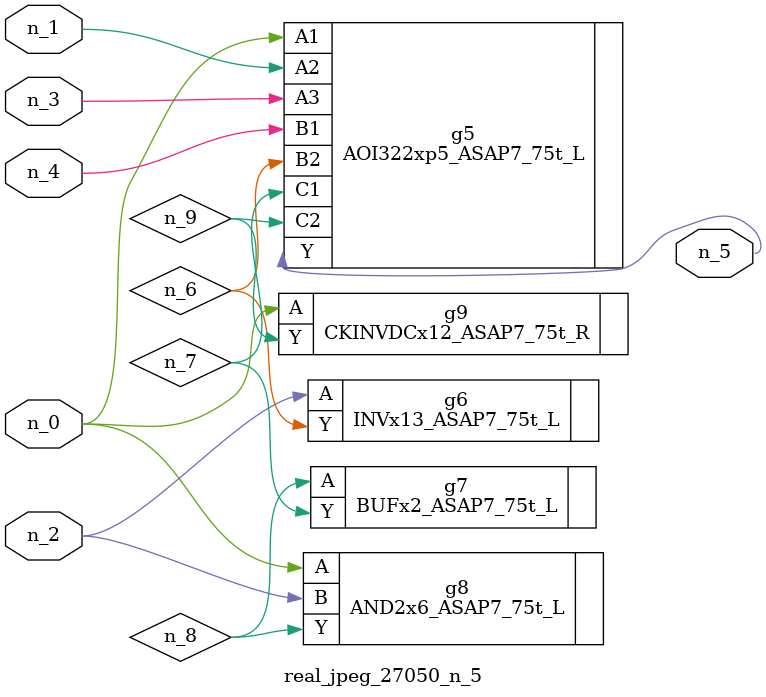
<source format=v>
module real_jpeg_27050_n_5 (n_4, n_0, n_1, n_2, n_3, n_5);

input n_4;
input n_0;
input n_1;
input n_2;
input n_3;

output n_5;

wire n_8;
wire n_6;
wire n_7;
wire n_9;

AOI322xp5_ASAP7_75t_L g5 ( 
.A1(n_0),
.A2(n_1),
.A3(n_3),
.B1(n_4),
.B2(n_6),
.C1(n_7),
.C2(n_9),
.Y(n_5)
);

AND2x6_ASAP7_75t_L g8 ( 
.A(n_0),
.B(n_2),
.Y(n_8)
);

CKINVDCx12_ASAP7_75t_R g9 ( 
.A(n_0),
.Y(n_9)
);

INVx13_ASAP7_75t_L g6 ( 
.A(n_2),
.Y(n_6)
);

BUFx2_ASAP7_75t_L g7 ( 
.A(n_8),
.Y(n_7)
);


endmodule
</source>
